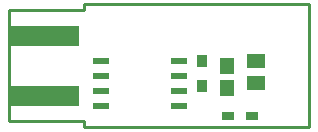
<source format=gtp>
G04 #@! TF.FileFunction,Paste,Top*
%FSLAX46Y46*%
G04 Gerber Fmt 4.6, Leading zero omitted, Abs format (unit mm)*
G04 Created by KiCad (PCBNEW 0.201511011201+6288~30~ubuntu15.10.1-product) date Wed Nov  4 22:56:01 2015*
%MOMM*%
G01*
G04 APERTURE LIST*
%ADD10C,0.150000*%
%ADD11C,0.254000*%
%ADD12R,0.889000X1.016000*%
%ADD13R,1.143000X1.397000*%
%ADD14R,1.016000X0.762000*%
%ADD15R,1.397000X0.508000*%
%ADD16R,1.498600X1.300480*%
%ADD17R,5.842000X1.778000*%
G04 APERTURE END LIST*
D10*
D11*
X31750000Y-25908000D02*
X31750000Y-25400000D01*
X25400000Y-25908000D02*
X31750000Y-25908000D01*
X31750000Y-35306000D02*
X31750000Y-35814000D01*
X25400000Y-35306000D02*
X31750000Y-35306000D01*
X25400000Y-35306000D02*
X25400000Y-25908000D01*
X50800000Y-35814000D02*
X31750000Y-35814000D01*
X50800000Y-25400000D02*
X50800000Y-35814000D01*
X31750000Y-25400000D02*
X50800000Y-25400000D01*
D12*
X41719500Y-30162500D03*
X41719500Y-32321500D03*
D13*
X43815000Y-30607000D03*
X43815000Y-32512000D03*
D14*
X45974000Y-34861500D03*
X43942000Y-34861500D03*
D15*
X39751000Y-30162500D03*
X39751000Y-31432500D03*
X39751000Y-32702500D03*
X39751000Y-33972500D03*
X33147000Y-33972500D03*
X33147000Y-32702500D03*
X33147000Y-31432500D03*
X33147000Y-30162500D03*
D16*
X46291500Y-30162500D03*
X46291500Y-32067500D03*
D17*
X28448000Y-33147000D03*
X28448000Y-28067000D03*
M02*

</source>
